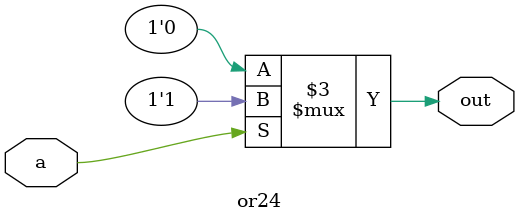
<source format=v>
module or24 (
    input wire a,
    output wire out
);

assign out = (|a == 1'b1) ? 1'b1 : 1'b0;

endmodule

</source>
